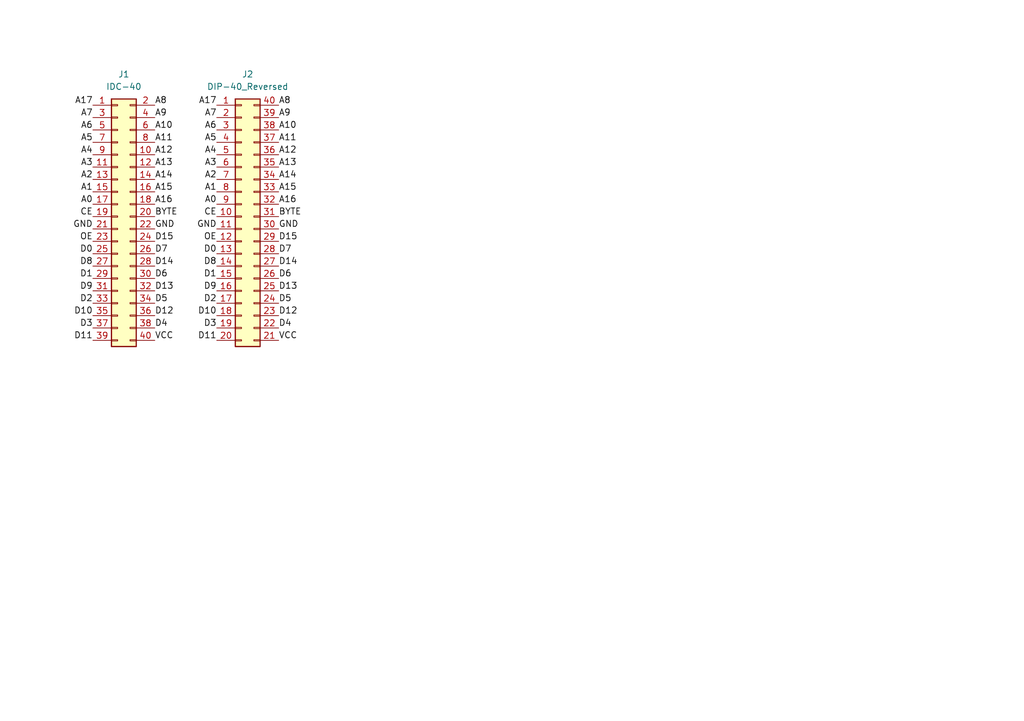
<source format=kicad_sch>
(kicad_sch (version 20230121) (generator eeschema)

  (uuid 218a50b5-5328-4910-8bfa-477207937a67)

  (paper "A5")

  (title_block
    (title "TokuROM Target-DIP40MI")
    (rev "1.0")
    (company "github.com/kasamikona/TokuROM")
  )

  (lib_symbols
    (symbol "Connector_Generic:Conn_02x20_Counter_Clockwise" (pin_names (offset 1.016) hide) (in_bom yes) (on_board yes)
      (property "Reference" "J" (at 1.27 25.4 0)
        (effects (font (size 1.27 1.27)))
      )
      (property "Value" "Conn_02x20_Counter_Clockwise" (at 1.27 -27.94 0)
        (effects (font (size 1.27 1.27)))
      )
      (property "Footprint" "" (at 0 0 0)
        (effects (font (size 1.27 1.27)) hide)
      )
      (property "Datasheet" "~" (at 0 0 0)
        (effects (font (size 1.27 1.27)) hide)
      )
      (property "ki_keywords" "connector" (at 0 0 0)
        (effects (font (size 1.27 1.27)) hide)
      )
      (property "ki_description" "Generic connector, double row, 02x20, counter clockwise pin numbering scheme (similar to DIP package numbering), script generated (kicad-library-utils/schlib/autogen/connector/)" (at 0 0 0)
        (effects (font (size 1.27 1.27)) hide)
      )
      (property "ki_fp_filters" "Connector*:*_2x??_*" (at 0 0 0)
        (effects (font (size 1.27 1.27)) hide)
      )
      (symbol "Conn_02x20_Counter_Clockwise_1_1"
        (rectangle (start -1.27 -25.273) (end 0 -25.527)
          (stroke (width 0.1524) (type default))
          (fill (type none))
        )
        (rectangle (start -1.27 -22.733) (end 0 -22.987)
          (stroke (width 0.1524) (type default))
          (fill (type none))
        )
        (rectangle (start -1.27 -20.193) (end 0 -20.447)
          (stroke (width 0.1524) (type default))
          (fill (type none))
        )
        (rectangle (start -1.27 -17.653) (end 0 -17.907)
          (stroke (width 0.1524) (type default))
          (fill (type none))
        )
        (rectangle (start -1.27 -15.113) (end 0 -15.367)
          (stroke (width 0.1524) (type default))
          (fill (type none))
        )
        (rectangle (start -1.27 -12.573) (end 0 -12.827)
          (stroke (width 0.1524) (type default))
          (fill (type none))
        )
        (rectangle (start -1.27 -10.033) (end 0 -10.287)
          (stroke (width 0.1524) (type default))
          (fill (type none))
        )
        (rectangle (start -1.27 -7.493) (end 0 -7.747)
          (stroke (width 0.1524) (type default))
          (fill (type none))
        )
        (rectangle (start -1.27 -4.953) (end 0 -5.207)
          (stroke (width 0.1524) (type default))
          (fill (type none))
        )
        (rectangle (start -1.27 -2.413) (end 0 -2.667)
          (stroke (width 0.1524) (type default))
          (fill (type none))
        )
        (rectangle (start -1.27 0.127) (end 0 -0.127)
          (stroke (width 0.1524) (type default))
          (fill (type none))
        )
        (rectangle (start -1.27 2.667) (end 0 2.413)
          (stroke (width 0.1524) (type default))
          (fill (type none))
        )
        (rectangle (start -1.27 5.207) (end 0 4.953)
          (stroke (width 0.1524) (type default))
          (fill (type none))
        )
        (rectangle (start -1.27 7.747) (end 0 7.493)
          (stroke (width 0.1524) (type default))
          (fill (type none))
        )
        (rectangle (start -1.27 10.287) (end 0 10.033)
          (stroke (width 0.1524) (type default))
          (fill (type none))
        )
        (rectangle (start -1.27 12.827) (end 0 12.573)
          (stroke (width 0.1524) (type default))
          (fill (type none))
        )
        (rectangle (start -1.27 15.367) (end 0 15.113)
          (stroke (width 0.1524) (type default))
          (fill (type none))
        )
        (rectangle (start -1.27 17.907) (end 0 17.653)
          (stroke (width 0.1524) (type default))
          (fill (type none))
        )
        (rectangle (start -1.27 20.447) (end 0 20.193)
          (stroke (width 0.1524) (type default))
          (fill (type none))
        )
        (rectangle (start -1.27 22.987) (end 0 22.733)
          (stroke (width 0.1524) (type default))
          (fill (type none))
        )
        (rectangle (start -1.27 24.13) (end 3.81 -26.67)
          (stroke (width 0.254) (type default))
          (fill (type background))
        )
        (rectangle (start 3.81 -25.273) (end 2.54 -25.527)
          (stroke (width 0.1524) (type default))
          (fill (type none))
        )
        (rectangle (start 3.81 -22.733) (end 2.54 -22.987)
          (stroke (width 0.1524) (type default))
          (fill (type none))
        )
        (rectangle (start 3.81 -20.193) (end 2.54 -20.447)
          (stroke (width 0.1524) (type default))
          (fill (type none))
        )
        (rectangle (start 3.81 -17.653) (end 2.54 -17.907)
          (stroke (width 0.1524) (type default))
          (fill (type none))
        )
        (rectangle (start 3.81 -15.113) (end 2.54 -15.367)
          (stroke (width 0.1524) (type default))
          (fill (type none))
        )
        (rectangle (start 3.81 -12.573) (end 2.54 -12.827)
          (stroke (width 0.1524) (type default))
          (fill (type none))
        )
        (rectangle (start 3.81 -10.033) (end 2.54 -10.287)
          (stroke (width 0.1524) (type default))
          (fill (type none))
        )
        (rectangle (start 3.81 -7.493) (end 2.54 -7.747)
          (stroke (width 0.1524) (type default))
          (fill (type none))
        )
        (rectangle (start 3.81 -4.953) (end 2.54 -5.207)
          (stroke (width 0.1524) (type default))
          (fill (type none))
        )
        (rectangle (start 3.81 -2.413) (end 2.54 -2.667)
          (stroke (width 0.1524) (type default))
          (fill (type none))
        )
        (rectangle (start 3.81 0.127) (end 2.54 -0.127)
          (stroke (width 0.1524) (type default))
          (fill (type none))
        )
        (rectangle (start 3.81 2.667) (end 2.54 2.413)
          (stroke (width 0.1524) (type default))
          (fill (type none))
        )
        (rectangle (start 3.81 5.207) (end 2.54 4.953)
          (stroke (width 0.1524) (type default))
          (fill (type none))
        )
        (rectangle (start 3.81 7.747) (end 2.54 7.493)
          (stroke (width 0.1524) (type default))
          (fill (type none))
        )
        (rectangle (start 3.81 10.287) (end 2.54 10.033)
          (stroke (width 0.1524) (type default))
          (fill (type none))
        )
        (rectangle (start 3.81 12.827) (end 2.54 12.573)
          (stroke (width 0.1524) (type default))
          (fill (type none))
        )
        (rectangle (start 3.81 15.367) (end 2.54 15.113)
          (stroke (width 0.1524) (type default))
          (fill (type none))
        )
        (rectangle (start 3.81 17.907) (end 2.54 17.653)
          (stroke (width 0.1524) (type default))
          (fill (type none))
        )
        (rectangle (start 3.81 20.447) (end 2.54 20.193)
          (stroke (width 0.1524) (type default))
          (fill (type none))
        )
        (rectangle (start 3.81 22.987) (end 2.54 22.733)
          (stroke (width 0.1524) (type default))
          (fill (type none))
        )
        (pin passive line (at -5.08 22.86 0) (length 3.81)
          (name "Pin_1" (effects (font (size 1.27 1.27))))
          (number "1" (effects (font (size 1.27 1.27))))
        )
        (pin passive line (at -5.08 0 0) (length 3.81)
          (name "Pin_10" (effects (font (size 1.27 1.27))))
          (number "10" (effects (font (size 1.27 1.27))))
        )
        (pin passive line (at -5.08 -2.54 0) (length 3.81)
          (name "Pin_11" (effects (font (size 1.27 1.27))))
          (number "11" (effects (font (size 1.27 1.27))))
        )
        (pin passive line (at -5.08 -5.08 0) (length 3.81)
          (name "Pin_12" (effects (font (size 1.27 1.27))))
          (number "12" (effects (font (size 1.27 1.27))))
        )
        (pin passive line (at -5.08 -7.62 0) (length 3.81)
          (name "Pin_13" (effects (font (size 1.27 1.27))))
          (number "13" (effects (font (size 1.27 1.27))))
        )
        (pin passive line (at -5.08 -10.16 0) (length 3.81)
          (name "Pin_14" (effects (font (size 1.27 1.27))))
          (number "14" (effects (font (size 1.27 1.27))))
        )
        (pin passive line (at -5.08 -12.7 0) (length 3.81)
          (name "Pin_15" (effects (font (size 1.27 1.27))))
          (number "15" (effects (font (size 1.27 1.27))))
        )
        (pin passive line (at -5.08 -15.24 0) (length 3.81)
          (name "Pin_16" (effects (font (size 1.27 1.27))))
          (number "16" (effects (font (size 1.27 1.27))))
        )
        (pin passive line (at -5.08 -17.78 0) (length 3.81)
          (name "Pin_17" (effects (font (size 1.27 1.27))))
          (number "17" (effects (font (size 1.27 1.27))))
        )
        (pin passive line (at -5.08 -20.32 0) (length 3.81)
          (name "Pin_18" (effects (font (size 1.27 1.27))))
          (number "18" (effects (font (size 1.27 1.27))))
        )
        (pin passive line (at -5.08 -22.86 0) (length 3.81)
          (name "Pin_19" (effects (font (size 1.27 1.27))))
          (number "19" (effects (font (size 1.27 1.27))))
        )
        (pin passive line (at -5.08 20.32 0) (length 3.81)
          (name "Pin_2" (effects (font (size 1.27 1.27))))
          (number "2" (effects (font (size 1.27 1.27))))
        )
        (pin passive line (at -5.08 -25.4 0) (length 3.81)
          (name "Pin_20" (effects (font (size 1.27 1.27))))
          (number "20" (effects (font (size 1.27 1.27))))
        )
        (pin passive line (at 7.62 -25.4 180) (length 3.81)
          (name "Pin_21" (effects (font (size 1.27 1.27))))
          (number "21" (effects (font (size 1.27 1.27))))
        )
        (pin passive line (at 7.62 -22.86 180) (length 3.81)
          (name "Pin_22" (effects (font (size 1.27 1.27))))
          (number "22" (effects (font (size 1.27 1.27))))
        )
        (pin passive line (at 7.62 -20.32 180) (length 3.81)
          (name "Pin_23" (effects (font (size 1.27 1.27))))
          (number "23" (effects (font (size 1.27 1.27))))
        )
        (pin passive line (at 7.62 -17.78 180) (length 3.81)
          (name "Pin_24" (effects (font (size 1.27 1.27))))
          (number "24" (effects (font (size 1.27 1.27))))
        )
        (pin passive line (at 7.62 -15.24 180) (length 3.81)
          (name "Pin_25" (effects (font (size 1.27 1.27))))
          (number "25" (effects (font (size 1.27 1.27))))
        )
        (pin passive line (at 7.62 -12.7 180) (length 3.81)
          (name "Pin_26" (effects (font (size 1.27 1.27))))
          (number "26" (effects (font (size 1.27 1.27))))
        )
        (pin passive line (at 7.62 -10.16 180) (length 3.81)
          (name "Pin_27" (effects (font (size 1.27 1.27))))
          (number "27" (effects (font (size 1.27 1.27))))
        )
        (pin passive line (at 7.62 -7.62 180) (length 3.81)
          (name "Pin_28" (effects (font (size 1.27 1.27))))
          (number "28" (effects (font (size 1.27 1.27))))
        )
        (pin passive line (at 7.62 -5.08 180) (length 3.81)
          (name "Pin_29" (effects (font (size 1.27 1.27))))
          (number "29" (effects (font (size 1.27 1.27))))
        )
        (pin passive line (at -5.08 17.78 0) (length 3.81)
          (name "Pin_3" (effects (font (size 1.27 1.27))))
          (number "3" (effects (font (size 1.27 1.27))))
        )
        (pin passive line (at 7.62 -2.54 180) (length 3.81)
          (name "Pin_30" (effects (font (size 1.27 1.27))))
          (number "30" (effects (font (size 1.27 1.27))))
        )
        (pin passive line (at 7.62 0 180) (length 3.81)
          (name "Pin_31" (effects (font (size 1.27 1.27))))
          (number "31" (effects (font (size 1.27 1.27))))
        )
        (pin passive line (at 7.62 2.54 180) (length 3.81)
          (name "Pin_32" (effects (font (size 1.27 1.27))))
          (number "32" (effects (font (size 1.27 1.27))))
        )
        (pin passive line (at 7.62 5.08 180) (length 3.81)
          (name "Pin_33" (effects (font (size 1.27 1.27))))
          (number "33" (effects (font (size 1.27 1.27))))
        )
        (pin passive line (at 7.62 7.62 180) (length 3.81)
          (name "Pin_34" (effects (font (size 1.27 1.27))))
          (number "34" (effects (font (size 1.27 1.27))))
        )
        (pin passive line (at 7.62 10.16 180) (length 3.81)
          (name "Pin_35" (effects (font (size 1.27 1.27))))
          (number "35" (effects (font (size 1.27 1.27))))
        )
        (pin passive line (at 7.62 12.7 180) (length 3.81)
          (name "Pin_36" (effects (font (size 1.27 1.27))))
          (number "36" (effects (font (size 1.27 1.27))))
        )
        (pin passive line (at 7.62 15.24 180) (length 3.81)
          (name "Pin_37" (effects (font (size 1.27 1.27))))
          (number "37" (effects (font (size 1.27 1.27))))
        )
        (pin passive line (at 7.62 17.78 180) (length 3.81)
          (name "Pin_38" (effects (font (size 1.27 1.27))))
          (number "38" (effects (font (size 1.27 1.27))))
        )
        (pin passive line (at 7.62 20.32 180) (length 3.81)
          (name "Pin_39" (effects (font (size 1.27 1.27))))
          (number "39" (effects (font (size 1.27 1.27))))
        )
        (pin passive line (at -5.08 15.24 0) (length 3.81)
          (name "Pin_4" (effects (font (size 1.27 1.27))))
          (number "4" (effects (font (size 1.27 1.27))))
        )
        (pin passive line (at 7.62 22.86 180) (length 3.81)
          (name "Pin_40" (effects (font (size 1.27 1.27))))
          (number "40" (effects (font (size 1.27 1.27))))
        )
        (pin passive line (at -5.08 12.7 0) (length 3.81)
          (name "Pin_5" (effects (font (size 1.27 1.27))))
          (number "5" (effects (font (size 1.27 1.27))))
        )
        (pin passive line (at -5.08 10.16 0) (length 3.81)
          (name "Pin_6" (effects (font (size 1.27 1.27))))
          (number "6" (effects (font (size 1.27 1.27))))
        )
        (pin passive line (at -5.08 7.62 0) (length 3.81)
          (name "Pin_7" (effects (font (size 1.27 1.27))))
          (number "7" (effects (font (size 1.27 1.27))))
        )
        (pin passive line (at -5.08 5.08 0) (length 3.81)
          (name "Pin_8" (effects (font (size 1.27 1.27))))
          (number "8" (effects (font (size 1.27 1.27))))
        )
        (pin passive line (at -5.08 2.54 0) (length 3.81)
          (name "Pin_9" (effects (font (size 1.27 1.27))))
          (number "9" (effects (font (size 1.27 1.27))))
        )
      )
    )
    (symbol "Connector_Generic:Conn_02x20_Odd_Even" (pin_names (offset 1.016) hide) (in_bom yes) (on_board yes)
      (property "Reference" "J" (at 1.27 25.4 0)
        (effects (font (size 1.27 1.27)))
      )
      (property "Value" "Conn_02x20_Odd_Even" (at 1.27 -27.94 0)
        (effects (font (size 1.27 1.27)))
      )
      (property "Footprint" "" (at 0 0 0)
        (effects (font (size 1.27 1.27)) hide)
      )
      (property "Datasheet" "~" (at 0 0 0)
        (effects (font (size 1.27 1.27)) hide)
      )
      (property "ki_keywords" "connector" (at 0 0 0)
        (effects (font (size 1.27 1.27)) hide)
      )
      (property "ki_description" "Generic connector, double row, 02x20, odd/even pin numbering scheme (row 1 odd numbers, row 2 even numbers), script generated (kicad-library-utils/schlib/autogen/connector/)" (at 0 0 0)
        (effects (font (size 1.27 1.27)) hide)
      )
      (property "ki_fp_filters" "Connector*:*_2x??_*" (at 0 0 0)
        (effects (font (size 1.27 1.27)) hide)
      )
      (symbol "Conn_02x20_Odd_Even_1_1"
        (rectangle (start -1.27 -25.273) (end 0 -25.527)
          (stroke (width 0.1524) (type default))
          (fill (type none))
        )
        (rectangle (start -1.27 -22.733) (end 0 -22.987)
          (stroke (width 0.1524) (type default))
          (fill (type none))
        )
        (rectangle (start -1.27 -20.193) (end 0 -20.447)
          (stroke (width 0.1524) (type default))
          (fill (type none))
        )
        (rectangle (start -1.27 -17.653) (end 0 -17.907)
          (stroke (width 0.1524) (type default))
          (fill (type none))
        )
        (rectangle (start -1.27 -15.113) (end 0 -15.367)
          (stroke (width 0.1524) (type default))
          (fill (type none))
        )
        (rectangle (start -1.27 -12.573) (end 0 -12.827)
          (stroke (width 0.1524) (type default))
          (fill (type none))
        )
        (rectangle (start -1.27 -10.033) (end 0 -10.287)
          (stroke (width 0.1524) (type default))
          (fill (type none))
        )
        (rectangle (start -1.27 -7.493) (end 0 -7.747)
          (stroke (width 0.1524) (type default))
          (fill (type none))
        )
        (rectangle (start -1.27 -4.953) (end 0 -5.207)
          (stroke (width 0.1524) (type default))
          (fill (type none))
        )
        (rectangle (start -1.27 -2.413) (end 0 -2.667)
          (stroke (width 0.1524) (type default))
          (fill (type none))
        )
        (rectangle (start -1.27 0.127) (end 0 -0.127)
          (stroke (width 0.1524) (type default))
          (fill (type none))
        )
        (rectangle (start -1.27 2.667) (end 0 2.413)
          (stroke (width 0.1524) (type default))
          (fill (type none))
        )
        (rectangle (start -1.27 5.207) (end 0 4.953)
          (stroke (width 0.1524) (type default))
          (fill (type none))
        )
        (rectangle (start -1.27 7.747) (end 0 7.493)
          (stroke (width 0.1524) (type default))
          (fill (type none))
        )
        (rectangle (start -1.27 10.287) (end 0 10.033)
          (stroke (width 0.1524) (type default))
          (fill (type none))
        )
        (rectangle (start -1.27 12.827) (end 0 12.573)
          (stroke (width 0.1524) (type default))
          (fill (type none))
        )
        (rectangle (start -1.27 15.367) (end 0 15.113)
          (stroke (width 0.1524) (type default))
          (fill (type none))
        )
        (rectangle (start -1.27 17.907) (end 0 17.653)
          (stroke (width 0.1524) (type default))
          (fill (type none))
        )
        (rectangle (start -1.27 20.447) (end 0 20.193)
          (stroke (width 0.1524) (type default))
          (fill (type none))
        )
        (rectangle (start -1.27 22.987) (end 0 22.733)
          (stroke (width 0.1524) (type default))
          (fill (type none))
        )
        (rectangle (start -1.27 24.13) (end 3.81 -26.67)
          (stroke (width 0.254) (type default))
          (fill (type background))
        )
        (rectangle (start 3.81 -25.273) (end 2.54 -25.527)
          (stroke (width 0.1524) (type default))
          (fill (type none))
        )
        (rectangle (start 3.81 -22.733) (end 2.54 -22.987)
          (stroke (width 0.1524) (type default))
          (fill (type none))
        )
        (rectangle (start 3.81 -20.193) (end 2.54 -20.447)
          (stroke (width 0.1524) (type default))
          (fill (type none))
        )
        (rectangle (start 3.81 -17.653) (end 2.54 -17.907)
          (stroke (width 0.1524) (type default))
          (fill (type none))
        )
        (rectangle (start 3.81 -15.113) (end 2.54 -15.367)
          (stroke (width 0.1524) (type default))
          (fill (type none))
        )
        (rectangle (start 3.81 -12.573) (end 2.54 -12.827)
          (stroke (width 0.1524) (type default))
          (fill (type none))
        )
        (rectangle (start 3.81 -10.033) (end 2.54 -10.287)
          (stroke (width 0.1524) (type default))
          (fill (type none))
        )
        (rectangle (start 3.81 -7.493) (end 2.54 -7.747)
          (stroke (width 0.1524) (type default))
          (fill (type none))
        )
        (rectangle (start 3.81 -4.953) (end 2.54 -5.207)
          (stroke (width 0.1524) (type default))
          (fill (type none))
        )
        (rectangle (start 3.81 -2.413) (end 2.54 -2.667)
          (stroke (width 0.1524) (type default))
          (fill (type none))
        )
        (rectangle (start 3.81 0.127) (end 2.54 -0.127)
          (stroke (width 0.1524) (type default))
          (fill (type none))
        )
        (rectangle (start 3.81 2.667) (end 2.54 2.413)
          (stroke (width 0.1524) (type default))
          (fill (type none))
        )
        (rectangle (start 3.81 5.207) (end 2.54 4.953)
          (stroke (width 0.1524) (type default))
          (fill (type none))
        )
        (rectangle (start 3.81 7.747) (end 2.54 7.493)
          (stroke (width 0.1524) (type default))
          (fill (type none))
        )
        (rectangle (start 3.81 10.287) (end 2.54 10.033)
          (stroke (width 0.1524) (type default))
          (fill (type none))
        )
        (rectangle (start 3.81 12.827) (end 2.54 12.573)
          (stroke (width 0.1524) (type default))
          (fill (type none))
        )
        (rectangle (start 3.81 15.367) (end 2.54 15.113)
          (stroke (width 0.1524) (type default))
          (fill (type none))
        )
        (rectangle (start 3.81 17.907) (end 2.54 17.653)
          (stroke (width 0.1524) (type default))
          (fill (type none))
        )
        (rectangle (start 3.81 20.447) (end 2.54 20.193)
          (stroke (width 0.1524) (type default))
          (fill (type none))
        )
        (rectangle (start 3.81 22.987) (end 2.54 22.733)
          (stroke (width 0.1524) (type default))
          (fill (type none))
        )
        (pin passive line (at -5.08 22.86 0) (length 3.81)
          (name "Pin_1" (effects (font (size 1.27 1.27))))
          (number "1" (effects (font (size 1.27 1.27))))
        )
        (pin passive line (at 7.62 12.7 180) (length 3.81)
          (name "Pin_10" (effects (font (size 1.27 1.27))))
          (number "10" (effects (font (size 1.27 1.27))))
        )
        (pin passive line (at -5.08 10.16 0) (length 3.81)
          (name "Pin_11" (effects (font (size 1.27 1.27))))
          (number "11" (effects (font (size 1.27 1.27))))
        )
        (pin passive line (at 7.62 10.16 180) (length 3.81)
          (name "Pin_12" (effects (font (size 1.27 1.27))))
          (number "12" (effects (font (size 1.27 1.27))))
        )
        (pin passive line (at -5.08 7.62 0) (length 3.81)
          (name "Pin_13" (effects (font (size 1.27 1.27))))
          (number "13" (effects (font (size 1.27 1.27))))
        )
        (pin passive line (at 7.62 7.62 180) (length 3.81)
          (name "Pin_14" (effects (font (size 1.27 1.27))))
          (number "14" (effects (font (size 1.27 1.27))))
        )
        (pin passive line (at -5.08 5.08 0) (length 3.81)
          (name "Pin_15" (effects (font (size 1.27 1.27))))
          (number "15" (effects (font (size 1.27 1.27))))
        )
        (pin passive line (at 7.62 5.08 180) (length 3.81)
          (name "Pin_16" (effects (font (size 1.27 1.27))))
          (number "16" (effects (font (size 1.27 1.27))))
        )
        (pin passive line (at -5.08 2.54 0) (length 3.81)
          (name "Pin_17" (effects (font (size 1.27 1.27))))
          (number "17" (effects (font (size 1.27 1.27))))
        )
        (pin passive line (at 7.62 2.54 180) (length 3.81)
          (name "Pin_18" (effects (font (size 1.27 1.27))))
          (number "18" (effects (font (size 1.27 1.27))))
        )
        (pin passive line (at -5.08 0 0) (length 3.81)
          (name "Pin_19" (effects (font (size 1.27 1.27))))
          (number "19" (effects (font (size 1.27 1.27))))
        )
        (pin passive line (at 7.62 22.86 180) (length 3.81)
          (name "Pin_2" (effects (font (size 1.27 1.27))))
          (number "2" (effects (font (size 1.27 1.27))))
        )
        (pin passive line (at 7.62 0 180) (length 3.81)
          (name "Pin_20" (effects (font (size 1.27 1.27))))
          (number "20" (effects (font (size 1.27 1.27))))
        )
        (pin passive line (at -5.08 -2.54 0) (length 3.81)
          (name "Pin_21" (effects (font (size 1.27 1.27))))
          (number "21" (effects (font (size 1.27 1.27))))
        )
        (pin passive line (at 7.62 -2.54 180) (length 3.81)
          (name "Pin_22" (effects (font (size 1.27 1.27))))
          (number "22" (effects (font (size 1.27 1.27))))
        )
        (pin passive line (at -5.08 -5.08 0) (length 3.81)
          (name "Pin_23" (effects (font (size 1.27 1.27))))
          (number "23" (effects (font (size 1.27 1.27))))
        )
        (pin passive line (at 7.62 -5.08 180) (length 3.81)
          (name "Pin_24" (effects (font (size 1.27 1.27))))
          (number "24" (effects (font (size 1.27 1.27))))
        )
        (pin passive line (at -5.08 -7.62 0) (length 3.81)
          (name "Pin_25" (effects (font (size 1.27 1.27))))
          (number "25" (effects (font (size 1.27 1.27))))
        )
        (pin passive line (at 7.62 -7.62 180) (length 3.81)
          (name "Pin_26" (effects (font (size 1.27 1.27))))
          (number "26" (effects (font (size 1.27 1.27))))
        )
        (pin passive line (at -5.08 -10.16 0) (length 3.81)
          (name "Pin_27" (effects (font (size 1.27 1.27))))
          (number "27" (effects (font (size 1.27 1.27))))
        )
        (pin passive line (at 7.62 -10.16 180) (length 3.81)
          (name "Pin_28" (effects (font (size 1.27 1.27))))
          (number "28" (effects (font (size 1.27 1.27))))
        )
        (pin passive line (at -5.08 -12.7 0) (length 3.81)
          (name "Pin_29" (effects (font (size 1.27 1.27))))
          (number "29" (effects (font (size 1.27 1.27))))
        )
        (pin passive line (at -5.08 20.32 0) (length 3.81)
          (name "Pin_3" (effects (font (size 1.27 1.27))))
          (number "3" (effects (font (size 1.27 1.27))))
        )
        (pin passive line (at 7.62 -12.7 180) (length 3.81)
          (name "Pin_30" (effects (font (size 1.27 1.27))))
          (number "30" (effects (font (size 1.27 1.27))))
        )
        (pin passive line (at -5.08 -15.24 0) (length 3.81)
          (name "Pin_31" (effects (font (size 1.27 1.27))))
          (number "31" (effects (font (size 1.27 1.27))))
        )
        (pin passive line (at 7.62 -15.24 180) (length 3.81)
          (name "Pin_32" (effects (font (size 1.27 1.27))))
          (number "32" (effects (font (size 1.27 1.27))))
        )
        (pin passive line (at -5.08 -17.78 0) (length 3.81)
          (name "Pin_33" (effects (font (size 1.27 1.27))))
          (number "33" (effects (font (size 1.27 1.27))))
        )
        (pin passive line (at 7.62 -17.78 180) (length 3.81)
          (name "Pin_34" (effects (font (size 1.27 1.27))))
          (number "34" (effects (font (size 1.27 1.27))))
        )
        (pin passive line (at -5.08 -20.32 0) (length 3.81)
          (name "Pin_35" (effects (font (size 1.27 1.27))))
          (number "35" (effects (font (size 1.27 1.27))))
        )
        (pin passive line (at 7.62 -20.32 180) (length 3.81)
          (name "Pin_36" (effects (font (size 1.27 1.27))))
          (number "36" (effects (font (size 1.27 1.27))))
        )
        (pin passive line (at -5.08 -22.86 0) (length 3.81)
          (name "Pin_37" (effects (font (size 1.27 1.27))))
          (number "37" (effects (font (size 1.27 1.27))))
        )
        (pin passive line (at 7.62 -22.86 180) (length 3.81)
          (name "Pin_38" (effects (font (size 1.27 1.27))))
          (number "38" (effects (font (size 1.27 1.27))))
        )
        (pin passive line (at -5.08 -25.4 0) (length 3.81)
          (name "Pin_39" (effects (font (size 1.27 1.27))))
          (number "39" (effects (font (size 1.27 1.27))))
        )
        (pin passive line (at 7.62 20.32 180) (length 3.81)
          (name "Pin_4" (effects (font (size 1.27 1.27))))
          (number "4" (effects (font (size 1.27 1.27))))
        )
        (pin passive line (at 7.62 -25.4 180) (length 3.81)
          (name "Pin_40" (effects (font (size 1.27 1.27))))
          (number "40" (effects (font (size 1.27 1.27))))
        )
        (pin passive line (at -5.08 17.78 0) (length 3.81)
          (name "Pin_5" (effects (font (size 1.27 1.27))))
          (number "5" (effects (font (size 1.27 1.27))))
        )
        (pin passive line (at 7.62 17.78 180) (length 3.81)
          (name "Pin_6" (effects (font (size 1.27 1.27))))
          (number "6" (effects (font (size 1.27 1.27))))
        )
        (pin passive line (at -5.08 15.24 0) (length 3.81)
          (name "Pin_7" (effects (font (size 1.27 1.27))))
          (number "7" (effects (font (size 1.27 1.27))))
        )
        (pin passive line (at 7.62 15.24 180) (length 3.81)
          (name "Pin_8" (effects (font (size 1.27 1.27))))
          (number "8" (effects (font (size 1.27 1.27))))
        )
        (pin passive line (at -5.08 12.7 0) (length 3.81)
          (name "Pin_9" (effects (font (size 1.27 1.27))))
          (number "9" (effects (font (size 1.27 1.27))))
        )
      )
    )
  )


  (label "A1" (at 19.05 39.37 180) (fields_autoplaced)
    (effects (font (size 1.27 1.27)) (justify right bottom))
    (uuid 0144bb07-6709-4f12-a904-c18bd75313b9)
  )
  (label "D9" (at 19.05 59.69 180) (fields_autoplaced)
    (effects (font (size 1.27 1.27)) (justify right bottom))
    (uuid 0345f412-fc36-4af8-9665-2d9396a50511)
  )
  (label "A12" (at 57.15 31.75 0) (fields_autoplaced)
    (effects (font (size 1.27 1.27)) (justify left bottom))
    (uuid 0448ad65-82b3-4940-bc58-05600e04eb62)
  )
  (label "D15" (at 57.15 49.53 0) (fields_autoplaced)
    (effects (font (size 1.27 1.27)) (justify left bottom))
    (uuid 0d46fdbe-a1b0-4ce1-96f6-f3e5882554bc)
  )
  (label "GND" (at 57.15 46.99 0) (fields_autoplaced)
    (effects (font (size 1.27 1.27)) (justify left bottom))
    (uuid 0eb79b51-5f5c-48bc-9ddb-8193bb8f8a58)
  )
  (label "D11" (at 44.45 69.85 180) (fields_autoplaced)
    (effects (font (size 1.27 1.27)) (justify right bottom))
    (uuid 12fb0842-297e-490f-a62e-2a79dc433c4e)
  )
  (label "A7" (at 19.05 24.13 180) (fields_autoplaced)
    (effects (font (size 1.27 1.27)) (justify right bottom))
    (uuid 1459fe0a-a77a-419e-9812-dcbbe1fd8604)
  )
  (label "VCC" (at 31.75 69.85 0) (fields_autoplaced)
    (effects (font (size 1.27 1.27)) (justify left bottom))
    (uuid 2b568c73-5a7a-4fe4-a39f-43608305d94d)
  )
  (label "A13" (at 57.15 34.29 0) (fields_autoplaced)
    (effects (font (size 1.27 1.27)) (justify left bottom))
    (uuid 2c9ac2c1-f9af-4c41-90e0-626b1df08785)
  )
  (label "D4" (at 31.75 67.31 0) (fields_autoplaced)
    (effects (font (size 1.27 1.27)) (justify left bottom))
    (uuid 2fdb1637-2968-40a4-a72e-9725b8048902)
  )
  (label "D14" (at 31.75 54.61 0) (fields_autoplaced)
    (effects (font (size 1.27 1.27)) (justify left bottom))
    (uuid 3392ab89-2b32-4904-bc64-8f2143a0a6e2)
  )
  (label "D7" (at 57.15 52.07 0) (fields_autoplaced)
    (effects (font (size 1.27 1.27)) (justify left bottom))
    (uuid 3b38546b-8ad1-4d0c-81a9-fc73c4dfde1e)
  )
  (label "D1" (at 19.05 57.15 180) (fields_autoplaced)
    (effects (font (size 1.27 1.27)) (justify right bottom))
    (uuid 3c2a3eee-5996-4301-b308-169d679d696b)
  )
  (label "CE" (at 44.45 44.45 180) (fields_autoplaced)
    (effects (font (size 1.27 1.27)) (justify right bottom))
    (uuid 3e481b43-9f6d-45fe-9071-215c6af1270c)
  )
  (label "D7" (at 31.75 52.07 0) (fields_autoplaced)
    (effects (font (size 1.27 1.27)) (justify left bottom))
    (uuid 3fe05632-e89f-4724-978a-cb8bd85ea2c6)
  )
  (label "D0" (at 44.45 52.07 180) (fields_autoplaced)
    (effects (font (size 1.27 1.27)) (justify right bottom))
    (uuid 41f1e043-d243-4235-a770-678c0f0c0d9a)
  )
  (label "A1" (at 44.45 39.37 180) (fields_autoplaced)
    (effects (font (size 1.27 1.27)) (justify right bottom))
    (uuid 476b8d56-2f1b-4fa8-8c43-b52bfbcc85f2)
  )
  (label "GND" (at 31.75 46.99 0) (fields_autoplaced)
    (effects (font (size 1.27 1.27)) (justify left bottom))
    (uuid 4af87eb9-7e3f-4598-a8ab-64286438f92c)
  )
  (label "D12" (at 57.15 64.77 0) (fields_autoplaced)
    (effects (font (size 1.27 1.27)) (justify left bottom))
    (uuid 4b95c3b1-6a16-4003-a5ef-7c875ab9dbe3)
  )
  (label "D14" (at 57.15 54.61 0) (fields_autoplaced)
    (effects (font (size 1.27 1.27)) (justify left bottom))
    (uuid 4cd21a3d-fe7c-4f89-a85f-4da53b04a624)
  )
  (label "A15" (at 31.75 39.37 0) (fields_autoplaced)
    (effects (font (size 1.27 1.27)) (justify left bottom))
    (uuid 4d47064a-2079-4f69-8ab2-9cbe2c847e79)
  )
  (label "D9" (at 44.45 59.69 180) (fields_autoplaced)
    (effects (font (size 1.27 1.27)) (justify right bottom))
    (uuid 4e6ce4db-e4e2-4a79-8056-42487e5886ec)
  )
  (label "D2" (at 19.05 62.23 180) (fields_autoplaced)
    (effects (font (size 1.27 1.27)) (justify right bottom))
    (uuid 4f37ce14-ceae-4055-b8c2-4645767be6ac)
  )
  (label "A11" (at 31.75 29.21 0) (fields_autoplaced)
    (effects (font (size 1.27 1.27)) (justify left bottom))
    (uuid 500f725b-e812-467c-97ad-0c95079d750d)
  )
  (label "A8" (at 31.75 21.59 0) (fields_autoplaced)
    (effects (font (size 1.27 1.27)) (justify left bottom))
    (uuid 51624cd4-6ab4-49a4-a94e-f06b96a26e32)
  )
  (label "OE" (at 44.45 49.53 180) (fields_autoplaced)
    (effects (font (size 1.27 1.27)) (justify right bottom))
    (uuid 5890fdff-1e9d-4cc8-bf85-740355c2c8fc)
  )
  (label "D3" (at 19.05 67.31 180) (fields_autoplaced)
    (effects (font (size 1.27 1.27)) (justify right bottom))
    (uuid 59f1c34d-6ff6-4fe7-a0e0-6a7a59c21175)
  )
  (label "D5" (at 31.75 62.23 0) (fields_autoplaced)
    (effects (font (size 1.27 1.27)) (justify left bottom))
    (uuid 5b9ee6cc-d2e8-4c9d-a72f-b0cda917e8dd)
  )
  (label "A14" (at 57.15 36.83 0) (fields_autoplaced)
    (effects (font (size 1.27 1.27)) (justify left bottom))
    (uuid 5d581feb-ddbb-44a9-bde2-f086996385fa)
  )
  (label "A8" (at 57.15 21.59 0) (fields_autoplaced)
    (effects (font (size 1.27 1.27)) (justify left bottom))
    (uuid 61b9410e-9bab-4d8d-b8ec-1235e309fd8b)
  )
  (label "D4" (at 57.15 67.31 0) (fields_autoplaced)
    (effects (font (size 1.27 1.27)) (justify left bottom))
    (uuid 63c8c2d2-39de-495d-b62e-5ac4413acda4)
  )
  (label "A9" (at 57.15 24.13 0) (fields_autoplaced)
    (effects (font (size 1.27 1.27)) (justify left bottom))
    (uuid 650f797a-880d-4fed-9127-0d801b02253e)
  )
  (label "D2" (at 44.45 62.23 180) (fields_autoplaced)
    (effects (font (size 1.27 1.27)) (justify right bottom))
    (uuid 65309e43-d7d9-4617-808e-042f09c91684)
  )
  (label "A17" (at 44.45 21.59 180) (fields_autoplaced)
    (effects (font (size 1.27 1.27)) (justify right bottom))
    (uuid 68a196b4-3060-4762-90ae-fab381e20d8f)
  )
  (label "A4" (at 19.05 31.75 180) (fields_autoplaced)
    (effects (font (size 1.27 1.27)) (justify right bottom))
    (uuid 6af42024-d252-49e7-a7ee-64b82a376957)
  )
  (label "A10" (at 57.15 26.67 0) (fields_autoplaced)
    (effects (font (size 1.27 1.27)) (justify left bottom))
    (uuid 6dcee285-3464-432d-a1cb-8ae51e8abd30)
  )
  (label "VCC" (at 57.15 69.85 0) (fields_autoplaced)
    (effects (font (size 1.27 1.27)) (justify left bottom))
    (uuid 71fcb1dd-afd5-4e8c-ae50-c76aee0f5a26)
  )
  (label "D3" (at 44.45 67.31 180) (fields_autoplaced)
    (effects (font (size 1.27 1.27)) (justify right bottom))
    (uuid 744a50c7-e4b4-4752-b656-70c7f4353351)
  )
  (label "A2" (at 44.45 36.83 180) (fields_autoplaced)
    (effects (font (size 1.27 1.27)) (justify right bottom))
    (uuid 7988b4b7-824d-4463-9bf7-ec0aaab4b83f)
  )
  (label "D12" (at 31.75 64.77 0) (fields_autoplaced)
    (effects (font (size 1.27 1.27)) (justify left bottom))
    (uuid 79aca5ff-b9a3-40c5-aee8-68e2438b74e1)
  )
  (label "A12" (at 31.75 31.75 0) (fields_autoplaced)
    (effects (font (size 1.27 1.27)) (justify left bottom))
    (uuid 79cd8f60-db21-4d3e-aaff-6b430a260a3e)
  )
  (label "A16" (at 57.15 41.91 0) (fields_autoplaced)
    (effects (font (size 1.27 1.27)) (justify left bottom))
    (uuid 7bcc8ff6-10d7-49ca-963b-6a98b7af68ff)
  )
  (label "A17" (at 19.05 21.59 180) (fields_autoplaced)
    (effects (font (size 1.27 1.27)) (justify right bottom))
    (uuid 80d1af23-05e1-4b23-99cb-90310e549212)
  )
  (label "BYTE" (at 31.75 44.45 0) (fields_autoplaced)
    (effects (font (size 1.27 1.27)) (justify left bottom))
    (uuid 8896f5fa-c03f-4160-8911-5966f21f2cc0)
  )
  (label "A10" (at 31.75 26.67 0) (fields_autoplaced)
    (effects (font (size 1.27 1.27)) (justify left bottom))
    (uuid 89fbcf7d-f064-46cf-8484-4c1002e223e2)
  )
  (label "D15" (at 31.75 49.53 0) (fields_autoplaced)
    (effects (font (size 1.27 1.27)) (justify left bottom))
    (uuid 8ad94cf2-273c-42e3-84da-06c2ae0ddb42)
  )
  (label "A7" (at 44.45 24.13 180) (fields_autoplaced)
    (effects (font (size 1.27 1.27)) (justify right bottom))
    (uuid 8b4e88d9-d7da-4e96-8303-c0d86604f895)
  )
  (label "D1" (at 44.45 57.15 180) (fields_autoplaced)
    (effects (font (size 1.27 1.27)) (justify right bottom))
    (uuid 8faa3c33-8415-43e2-a79e-a9754a8dfaf1)
  )
  (label "A3" (at 19.05 34.29 180) (fields_autoplaced)
    (effects (font (size 1.27 1.27)) (justify right bottom))
    (uuid 93bf2be9-882a-4609-8e73-c532f8f50fc2)
  )
  (label "A0" (at 44.45 41.91 180) (fields_autoplaced)
    (effects (font (size 1.27 1.27)) (justify right bottom))
    (uuid 93e7b8e4-9d87-4cdb-aabd-9de164277856)
  )
  (label "D13" (at 31.75 59.69 0) (fields_autoplaced)
    (effects (font (size 1.27 1.27)) (justify left bottom))
    (uuid 94bc738e-5b52-417a-98b0-8e1121c0f9ee)
  )
  (label "D8" (at 44.45 54.61 180) (fields_autoplaced)
    (effects (font (size 1.27 1.27)) (justify right bottom))
    (uuid 96eaba5f-05a4-4d6f-8483-78b48261f9e3)
  )
  (label "D13" (at 57.15 59.69 0) (fields_autoplaced)
    (effects (font (size 1.27 1.27)) (justify left bottom))
    (uuid a03f7e77-385a-44fa-844b-e64f0c70777e)
  )
  (label "A5" (at 19.05 29.21 180) (fields_autoplaced)
    (effects (font (size 1.27 1.27)) (justify right bottom))
    (uuid a35baba5-687a-4967-89e8-5719981593a9)
  )
  (label "D10" (at 44.45 64.77 180) (fields_autoplaced)
    (effects (font (size 1.27 1.27)) (justify right bottom))
    (uuid a3cbe7fd-6f81-493d-8bb6-bbd3ec255d3e)
  )
  (label "D6" (at 57.15 57.15 0) (fields_autoplaced)
    (effects (font (size 1.27 1.27)) (justify left bottom))
    (uuid ac43847f-9e19-4e0b-9b9e-d91b1ba7c544)
  )
  (label "CE" (at 19.05 44.45 180) (fields_autoplaced)
    (effects (font (size 1.27 1.27)) (justify right bottom))
    (uuid af131ab9-4531-4b45-b738-c88555e245fd)
  )
  (label "A11" (at 57.15 29.21 0) (fields_autoplaced)
    (effects (font (size 1.27 1.27)) (justify left bottom))
    (uuid af3b765c-01e2-446d-8170-9c5335aff689)
  )
  (label "GND" (at 44.45 46.99 180) (fields_autoplaced)
    (effects (font (size 1.27 1.27)) (justify right bottom))
    (uuid ba267a31-bccb-4674-a14e-ee13ee05e871)
  )
  (label "D0" (at 19.05 52.07 180) (fields_autoplaced)
    (effects (font (size 1.27 1.27)) (justify right bottom))
    (uuid bf200f64-8055-43a5-8713-b956887271cf)
  )
  (label "A14" (at 31.75 36.83 0) (fields_autoplaced)
    (effects (font (size 1.27 1.27)) (justify left bottom))
    (uuid cbc1531f-4bd9-416b-849e-a514f6db1a3f)
  )
  (label "A6" (at 19.05 26.67 180) (fields_autoplaced)
    (effects (font (size 1.27 1.27)) (justify right bottom))
    (uuid ce08fe79-98be-4725-a0ee-59d609b471f1)
  )
  (label "A0" (at 19.05 41.91 180) (fields_autoplaced)
    (effects (font (size 1.27 1.27)) (justify right bottom))
    (uuid ced7fa08-0a3f-46a4-a5fc-ff9d2fd34a04)
  )
  (label "D10" (at 19.05 64.77 180) (fields_autoplaced)
    (effects (font (size 1.27 1.27)) (justify right bottom))
    (uuid cfa2d6f0-e6c1-4467-97a5-f49f1695ccd3)
  )
  (label "A5" (at 44.45 29.21 180) (fields_autoplaced)
    (effects (font (size 1.27 1.27)) (justify right bottom))
    (uuid d4a6c540-b82a-4658-8ea4-362c4f388bbe)
  )
  (label "GND" (at 19.05 46.99 180) (fields_autoplaced)
    (effects (font (size 1.27 1.27)) (justify right bottom))
    (uuid da21fcd9-73fd-4a3b-ba4e-8ca9a5fcb286)
  )
  (label "A9" (at 31.75 24.13 0) (fields_autoplaced)
    (effects (font (size 1.27 1.27)) (justify left bottom))
    (uuid dadf527a-37b7-4bd0-9439-a1f6e6a7bba7)
  )
  (label "A2" (at 19.05 36.83 180) (fields_autoplaced)
    (effects (font (size 1.27 1.27)) (justify right bottom))
    (uuid e1150c69-32a5-4397-94ef-c2291d935e7e)
  )
  (label "BYTE" (at 57.15 44.45 0) (fields_autoplaced)
    (effects (font (size 1.27 1.27)) (justify left bottom))
    (uuid e331a638-3b38-48f2-9f9a-cce671c058f6)
  )
  (label "D6" (at 31.75 57.15 0) (fields_autoplaced)
    (effects (font (size 1.27 1.27)) (justify left bottom))
    (uuid e4ed4847-4c12-4a47-9962-4adf0ad907ed)
  )
  (label "A15" (at 57.15 39.37 0) (fields_autoplaced)
    (effects (font (size 1.27 1.27)) (justify left bottom))
    (uuid e53723de-e076-43a3-8296-42876f2d00e1)
  )
  (label "D8" (at 19.05 54.61 180) (fields_autoplaced)
    (effects (font (size 1.27 1.27)) (justify right bottom))
    (uuid e9195b50-a110-4b06-a880-a04c80cd1d8d)
  )
  (label "A3" (at 44.45 34.29 180) (fields_autoplaced)
    (effects (font (size 1.27 1.27)) (justify right bottom))
    (uuid ee4f70e6-d04e-40c0-bc87-1ef74d91a722)
  )
  (label "A4" (at 44.45 31.75 180) (fields_autoplaced)
    (effects (font (size 1.27 1.27)) (justify right bottom))
    (uuid eee9d7f8-8f3c-41c4-b897-082905954dcc)
  )
  (label "D5" (at 57.15 62.23 0) (fields_autoplaced)
    (effects (font (size 1.27 1.27)) (justify left bottom))
    (uuid f0837148-a777-4f64-8e4a-ab8cc93a896a)
  )
  (label "D11" (at 19.05 69.85 180) (fields_autoplaced)
    (effects (font (size 1.27 1.27)) (justify right bottom))
    (uuid f0c1742e-dd86-4029-aac5-caf4cfe72f58)
  )
  (label "A16" (at 31.75 41.91 0) (fields_autoplaced)
    (effects (font (size 1.27 1.27)) (justify left bottom))
    (uuid f0e5cabc-ef7d-48b8-bb01-f6be6aca4cf6)
  )
  (label "OE" (at 19.05 49.53 180) (fields_autoplaced)
    (effects (font (size 1.27 1.27)) (justify right bottom))
    (uuid f7424eec-109e-42dc-81f3-2f72910043a9)
  )
  (label "A13" (at 31.75 34.29 0) (fields_autoplaced)
    (effects (font (size 1.27 1.27)) (justify left bottom))
    (uuid fdba2a3a-6dd3-48dc-981d-846ed555b3ca)
  )
  (label "A6" (at 44.45 26.67 180) (fields_autoplaced)
    (effects (font (size 1.27 1.27)) (justify right bottom))
    (uuid ff21cdf6-b267-43a8-a16f-7fc16969fbf3)
  )

  (symbol (lib_id "Connector_Generic:Conn_02x20_Counter_Clockwise") (at 49.53 44.45 0) (unit 1)
    (in_bom yes) (on_board yes) (dnp no)
    (uuid 63e6c798-a134-4c8c-b0b5-9a31e3a98703)
    (property "Reference" "J2" (at 50.8 15.24 0)
      (effects (font (size 1.27 1.27)))
    )
    (property "Value" "DIP-40_Reversed" (at 50.8 17.78 0)
      (effects (font (size 1.27 1.27)))
    )
    (property "Footprint" "Tokurom-Parts:DIP-40_Reversed" (at 49.53 44.45 0)
      (effects (font (size 1.27 1.27)) hide)
    )
    (property "Datasheet" "~" (at 49.53 44.45 0)
      (effects (font (size 1.27 1.27)) hide)
    )
    (pin "1" (uuid 24238b5a-7621-4e38-9ee7-688d38161465))
    (pin "10" (uuid a7eb0f8d-cdf9-4577-a4a8-e3d8d136fb41))
    (pin "11" (uuid 894579ee-5056-4985-a14c-937c3edfb260))
    (pin "12" (uuid d50226ad-1602-4afe-b26c-be6205de7bac))
    (pin "13" (uuid 8194151b-468e-4a28-bd5f-d37bf797eea1))
    (pin "14" (uuid a4e7e110-2a80-4685-ade2-182de212aee7))
    (pin "15" (uuid fa98930c-0296-4839-8735-85edfebe1c80))
    (pin "16" (uuid d4f89ea7-a686-491d-88de-aff36635c135))
    (pin "17" (uuid 2997004d-3855-4f0d-8c75-735a83a5b68e))
    (pin "18" (uuid d14a6084-ab75-4aa7-ae07-94fa1c508aeb))
    (pin "19" (uuid 3b3acbb3-0bba-426e-9afd-cd81b2c4fa6b))
    (pin "2" (uuid 2841d8c5-442b-4992-8b1c-039babb93fc6))
    (pin "20" (uuid bd1af2e9-425f-4152-82f4-c4656434a7dd))
    (pin "21" (uuid 5c0e31eb-24a2-413a-a5ee-da81b119929c))
    (pin "22" (uuid dff9ca11-6abc-4fec-b157-d3aecceeb3f1))
    (pin "23" (uuid 06b5f237-a169-4d62-9a1d-fb8a48f32dff))
    (pin "24" (uuid c3c82daa-01c8-422c-9659-84cd969dae5d))
    (pin "25" (uuid 350e9130-35c9-4912-b7bc-9178e2daacca))
    (pin "26" (uuid 47d42de1-7831-4328-8c2e-000fa37fa934))
    (pin "27" (uuid 57ace2d9-3530-4233-a7bc-ebcd0944965c))
    (pin "28" (uuid bffe33d7-7625-45e0-b178-bbb4d0515231))
    (pin "29" (uuid c842020d-eb40-43ae-9afe-69ac5c1062f2))
    (pin "3" (uuid 834308c2-a282-4b8a-8c50-f92b3c221801))
    (pin "30" (uuid 12743d59-13d9-480a-8b81-cd6bcd67450b))
    (pin "31" (uuid de927a23-0b5b-44f7-9024-1935aa099020))
    (pin "32" (uuid b163ae03-e3c7-4fc3-96e2-3bbe97ec8107))
    (pin "33" (uuid cbfa488f-dd74-4ac1-9532-bccc10691a65))
    (pin "34" (uuid 05b11d97-5f14-4fcb-aac0-08aaaf949899))
    (pin "35" (uuid 97337cef-4784-4ccc-a4c5-ea5a8672b52a))
    (pin "36" (uuid 7ebbdb71-10d1-40d0-8b9c-b11743751355))
    (pin "37" (uuid b0a40e80-efcb-4c34-acf8-0763376ccf3c))
    (pin "38" (uuid e5826f8f-a2ff-4186-8235-fd86981dbfb0))
    (pin "39" (uuid e037d93d-ee4a-4764-ba9d-e2fb2068acd5))
    (pin "4" (uuid a13e053b-bec3-4be2-a9fd-a97a8f6af540))
    (pin "40" (uuid a0f1e3e4-5b6e-49b4-bd84-a9d2a0482d18))
    (pin "5" (uuid 774be346-1f3d-4272-8235-92687a0760b3))
    (pin "6" (uuid 88afc412-114a-4fb7-b49d-3252bb652f31))
    (pin "7" (uuid 319aa56e-00a1-4ba0-8c9a-7804245c72ad))
    (pin "8" (uuid 64e8359e-b7c3-4321-8c7a-f3e8f6d56019))
    (pin "9" (uuid ec646f6b-9152-4a98-b13a-4c78ccd55d28))
    (instances
      (project "Target-DIP40MI"
        (path "/218a50b5-5328-4910-8bfa-477207937a67"
          (reference "J2") (unit 1)
        )
      )
    )
  )

  (symbol (lib_id "Connector_Generic:Conn_02x20_Odd_Even") (at 24.13 44.45 0) (unit 1)
    (in_bom yes) (on_board yes) (dnp no)
    (uuid e4eefe48-943f-4266-97f9-5e2da93ff53f)
    (property "Reference" "J1" (at 25.4 15.24 0)
      (effects (font (size 1.27 1.27)))
    )
    (property "Value" "IDC-40" (at 25.4 17.78 0)
      (effects (font (size 1.27 1.27)))
    )
    (property "Footprint" "Connector_IDC:IDC-Header_2x20_P2.54mm_Vertical" (at 24.13 44.45 0)
      (effects (font (size 1.27 1.27)) hide)
    )
    (property "Datasheet" "~" (at 24.13 44.45 0)
      (effects (font (size 1.27 1.27)) hide)
    )
    (pin "1" (uuid 99967f28-3984-4d5d-bfc7-3c374844c99d))
    (pin "10" (uuid 35665b62-a48b-4a25-9d40-48bed5090c04))
    (pin "11" (uuid 40b9f552-bf94-48ac-ab05-b585cf208528))
    (pin "12" (uuid 7727003a-6fb5-4f2a-b2f7-1e7326219fd9))
    (pin "13" (uuid 50d05b9b-0d73-4fca-ac2f-06725fdad84a))
    (pin "14" (uuid 74f26a9d-fba7-4a64-b04d-2841aa950074))
    (pin "15" (uuid a7e9806c-eba0-4871-a90d-ab87923801cd))
    (pin "16" (uuid ae294630-2cd5-43fe-83b1-a4d4876b96f3))
    (pin "17" (uuid 4865d64c-6e6d-4e05-b58a-cf02802b7660))
    (pin "18" (uuid e2c1ef4b-6955-4f1b-bbd7-79f99844e675))
    (pin "19" (uuid 78a6265b-8157-4335-8d69-5e7e73b90501))
    (pin "2" (uuid fbced332-63df-4eba-9df9-362b8981ac1a))
    (pin "20" (uuid 889b03ee-3ffe-440f-8bf9-dd05405177b0))
    (pin "21" (uuid 84aad8a5-3bba-429a-abd2-9d48ccb7f918))
    (pin "22" (uuid e659068a-8021-4bae-8b8a-a0c1afce2177))
    (pin "23" (uuid 0ca43773-bb28-46e7-99d0-1fe24e0a1025))
    (pin "24" (uuid 5cf4b37a-8326-4743-8306-0f0e5b7503bd))
    (pin "25" (uuid b4b0cc94-210e-44f4-94fd-58e8f11552c1))
    (pin "26" (uuid 6508de44-2ee5-4d0d-9850-29e64d849504))
    (pin "27" (uuid 2a1c82be-9562-44b0-8544-bd56f7c1c31e))
    (pin "28" (uuid d53159ef-8093-48af-8bd8-027158d4e802))
    (pin "29" (uuid 22f2234a-3f78-47be-9bf2-9295a57043bd))
    (pin "3" (uuid 3908a9ec-28f6-4019-ae31-a110a1831226))
    (pin "30" (uuid d97df3ef-6b83-493f-b748-6c8d194bb5bc))
    (pin "31" (uuid b10f44c7-607a-4071-afd2-4a44abb9a352))
    (pin "32" (uuid 854561f3-15b7-4b8d-9c7d-b2a3ebc7404f))
    (pin "33" (uuid 773ae921-f6ff-40bd-b1a1-a59976fee969))
    (pin "34" (uuid 602e0f01-2d84-495e-a2a2-3497d9c689d1))
    (pin "35" (uuid fc3e37d0-9351-4e8e-ab5e-3300ec265948))
    (pin "36" (uuid 25c06f28-556f-4721-89db-18f63c83d02e))
    (pin "37" (uuid 5be03b03-e7cb-408d-8121-c80239ca7a75))
    (pin "38" (uuid ea1a788c-1557-4d8e-83c1-1c3dc19ef44d))
    (pin "39" (uuid d367f5ee-4d5b-4d2c-ad45-de33ecbdfd72))
    (pin "4" (uuid f1121f55-d663-4ce0-9d37-f70863b4137d))
    (pin "40" (uuid b6202716-b5d3-41ae-a4f1-33b0fbedf7c2))
    (pin "5" (uuid 7b7fcaaf-43ad-4342-9d63-d2df5ac2d2c8))
    (pin "6" (uuid 060829f9-5feb-498a-a3cb-87edf7f87102))
    (pin "7" (uuid a3a46caa-829a-406f-943f-5613d5a88041))
    (pin "8" (uuid a56d4495-c05b-4852-8038-3b4ff2939952))
    (pin "9" (uuid 0ac3136e-743e-4fc3-a7a3-5bf0c19a7b61))
    (instances
      (project "Target-DIP40MI"
        (path "/218a50b5-5328-4910-8bfa-477207937a67"
          (reference "J1") (unit 1)
        )
      )
    )
  )

  (sheet_instances
    (path "/" (page "1"))
  )
)

</source>
